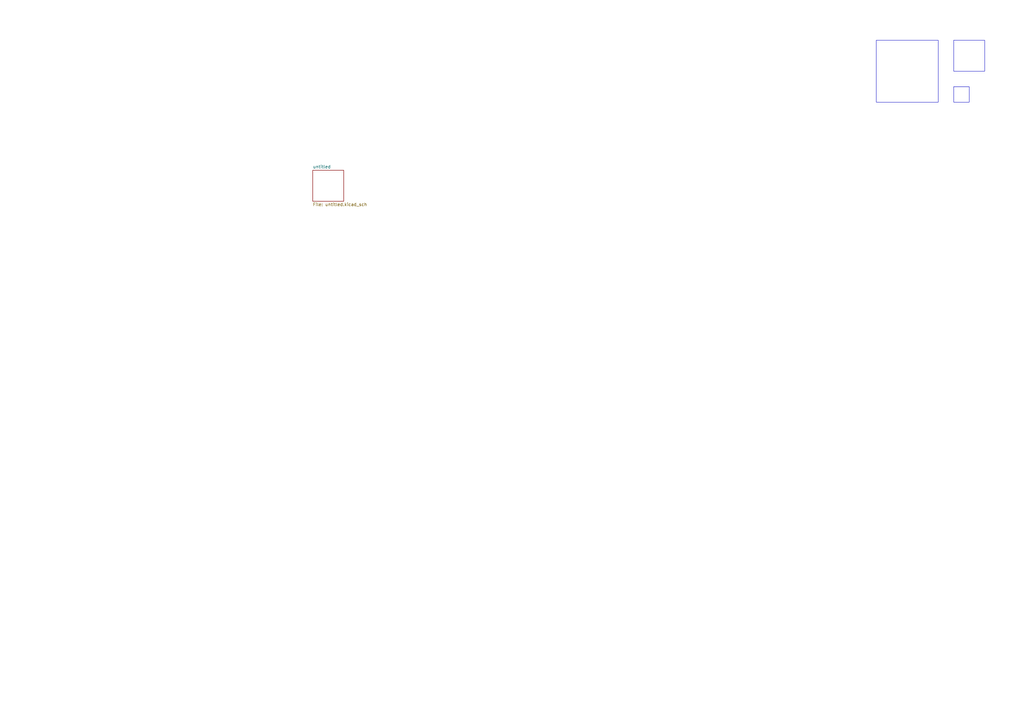
<source format=kicad_sch>
(kicad_sch
	(version 20231120)
	(generator "eeschema")
	(generator_version "8.0")
	(uuid "c5fef117-7899-4c0b-b67c-0758e09af85c")
	(paper "A3")
	(lib_symbols)
	(rectangle
		(start 391.16 16.51)
		(end 403.86 29.21)
		(stroke
			(width 0)
			(type default)
		)
		(fill
			(type none)
		)
		(uuid 13c6c7ba-34b9-42e0-8757-81d16bf983a5)
	)
	(rectangle
		(start 391.16 35.56)
		(end 397.51 41.91)
		(stroke
			(width 0)
			(type default)
		)
		(fill
			(type none)
		)
		(uuid 984aabeb-1224-4658-b557-c7c93d5f8ab7)
	)
	(rectangle
		(start 359.41 16.51)
		(end 384.81 41.91)
		(stroke
			(width 0)
			(type default)
		)
		(fill
			(type none)
		)
		(uuid ecdfe97f-d731-4b54-972a-9f9669f6a9b3)
	)
	(sheet
		(at 128.27 69.85)
		(size 12.7 12.7)
		(fields_autoplaced yes)
		(stroke
			(width 0.1524)
			(type solid)
		)
		(fill
			(color 0 0 0 0.0000)
		)
		(uuid "23495fdc-7f05-498f-911a-96b6120e59cf")
		(property "Sheetname" "untitled"
			(at 128.27 69.1384 0)
			(effects
				(font
					(size 1.27 1.27)
				)
				(justify left bottom)
			)
		)
		(property "Sheetfile" "untitled.kicad_sch"
			(at 128.27 83.1346 0)
			(effects
				(font
					(size 1.27 1.27)
				)
				(justify left top)
			)
		)
		(instances
			(project "wwfsstar"
				(path "/9b45fe8f-ccde-4083-bbaa-82d9a9454022/004a228e-24de-4680-a954-fe1a8a16228f"
					(page "11")
				)
			)
		)
	)
)

</source>
